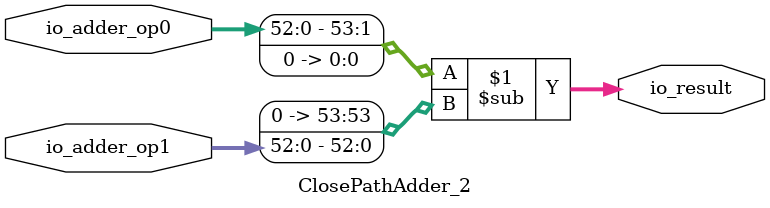
<source format=sv>
`ifndef RANDOMIZE
  `ifdef RANDOMIZE_MEM_INIT
    `define RANDOMIZE
  `endif // RANDOMIZE_MEM_INIT
`endif // not def RANDOMIZE
`ifndef RANDOMIZE
  `ifdef RANDOMIZE_REG_INIT
    `define RANDOMIZE
  `endif // RANDOMIZE_REG_INIT
`endif // not def RANDOMIZE

`ifndef RANDOM
  `define RANDOM $random
`endif // not def RANDOM

// Users can define INIT_RANDOM as general code that gets injected into the
// initializer block for modules with registers.
`ifndef INIT_RANDOM
  `define INIT_RANDOM
`endif // not def INIT_RANDOM

// If using random initialization, you can also define RANDOMIZE_DELAY to
// customize the delay used, otherwise 0.002 is used.
`ifndef RANDOMIZE_DELAY
  `define RANDOMIZE_DELAY 0.002
`endif // not def RANDOMIZE_DELAY

// Define INIT_RANDOM_PROLOG_ for use in our modules below.
`ifndef INIT_RANDOM_PROLOG_
  `ifdef RANDOMIZE
    `ifdef VERILATOR
      `define INIT_RANDOM_PROLOG_ `INIT_RANDOM
    `else  // VERILATOR
      `define INIT_RANDOM_PROLOG_ `INIT_RANDOM #`RANDOMIZE_DELAY begin end
    `endif // VERILATOR
  `else  // RANDOMIZE
    `define INIT_RANDOM_PROLOG_
  `endif // RANDOMIZE
`endif // not def INIT_RANDOM_PROLOG_

// Include register initializers in init blocks unless synthesis is set
`ifndef SYNTHESIS
  `ifndef ENABLE_INITIAL_REG_
    `define ENABLE_INITIAL_REG_
  `endif // not def ENABLE_INITIAL_REG_
`endif // not def SYNTHESIS

// Include rmemory initializers in init blocks unless synthesis is set
`ifndef SYNTHESIS
  `ifndef ENABLE_INITIAL_MEM_
    `define ENABLE_INITIAL_MEM_
  `endif // not def ENABLE_INITIAL_MEM_
`endif // not def SYNTHESIS

module ClosePathAdder_2(
  input  [52:0] io_adder_op0,
  input  [52:0] io_adder_op1,
  output [53:0] io_result
);

  assign io_result = 54'({io_adder_op0, 1'h0} - {1'h0, io_adder_op1});
endmodule


</source>
